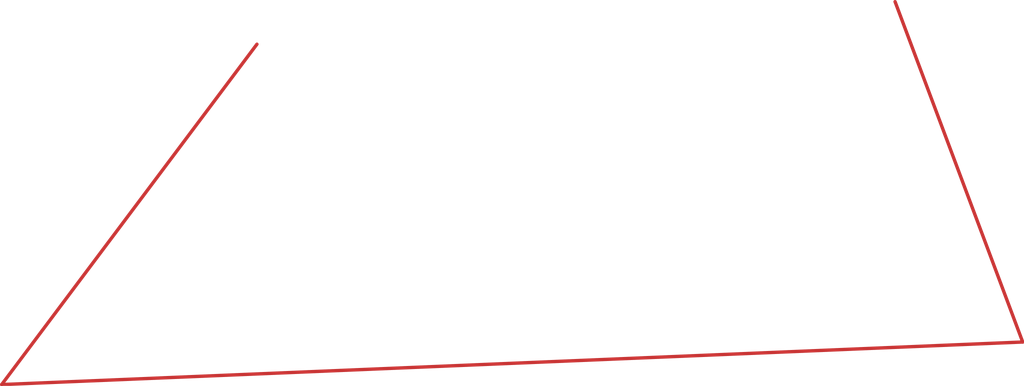
<source format=kicad_pcb>
(kicad_pcb (version 20221018) (generator pcbnew)

  (general
    (thickness 1.6)
  )

  (paper "A4")
  (layers
    (0 "F.Cu" signal)
    (31 "B.Cu" signal)
    (32 "B.Adhes" user "B.Adhesive")
    (33 "F.Adhes" user "F.Adhesive")
    (34 "B.Paste" user)
    (35 "F.Paste" user)
    (36 "B.SilkS" user "B.Silkscreen")
    (37 "F.SilkS" user "F.Silkscreen")
    (38 "B.Mask" user)
    (39 "F.Mask" user)
    (40 "Dwgs.User" user "User.Drawings")
    (41 "Cmts.User" user "User.Comments")
    (42 "Eco1.User" user "User.Eco1")
    (43 "Eco2.User" user "User.Eco2")
    (44 "Edge.Cuts" user)
    (45 "Margin" user)
    (46 "B.CrtYd" user "B.Courtyard")
    (47 "F.CrtYd" user "F.Courtyard")
    (48 "B.Fab" user)
    (49 "F.Fab" user)
    (50 "User.1" user)
    (51 "User.2" user)
    (52 "User.3" user)
    (53 "User.4" user)
    (54 "User.5" user)
    (55 "User.6" user)
    (56 "User.7" user)
    (57 "User.8" user)
    (58 "User.9" user)
  )

  (setup
    (pad_to_mask_clearance 0)
    (pcbplotparams
      (layerselection 0x00010fc_ffffffff)
      (plot_on_all_layers_selection 0x0000000_00000000)
      (disableapertmacros false)
      (usegerberextensions false)
      (usegerberattributes true)
      (usegerberadvancedattributes true)
      (creategerberjobfile true)
      (dashed_line_dash_ratio 12.000000)
      (dashed_line_gap_ratio 3.000000)
      (svgprecision 4)
      (plotframeref false)
      (viasonmask false)
      (mode 1)
      (useauxorigin false)
      (hpglpennumber 1)
      (hpglpenspeed 20)
      (hpglpendiameter 15.000000)
      (dxfpolygonmode true)
      (dxfimperialunits true)
      (dxfusepcbnewfont true)
      (psnegative false)
      (psa4output false)
      (plotreference true)
      (plotvalue true)
      (plotinvisibletext false)
      (sketchpadsonfab false)
      (subtractmaskfromsilk false)
      (outputformat 1)
      (mirror false)
      (drillshape 1)
      (scaleselection 1)
      (outputdirectory "")
    )
  )

  (net 0 "")

  (gr_line (start 144.78 71.12) (end 129.54 91.44)
    (stroke (width 0.2) (type default)) (layer "F.Cu") (tstamp 51761ffe-d747-40b3-893b-d286246e3e3b))
  (gr_line (start 129.54 91.44) (end 190.5 88.9)
    (stroke (width 0.2) (type default)) (layer "F.Cu") (tstamp 91d4e43a-624a-4823-a3af-4fd6f6893aff))
  (gr_line (start 190.5 88.9) (end 182.88 68.58)
    (stroke (width 0.2) (type default)) (layer "F.Cu") (tstamp eafd1a2b-db7b-450b-9135-f5158baa4810))

)

</source>
